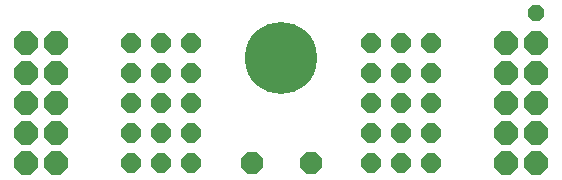
<source format=gbs>
G75*
%MOIN*%
%OFA0B0*%
%FSLAX25Y25*%
%IPPOS*%
%LPD*%
%AMOC8*
5,1,8,0,0,1.08239X$1,22.5*
%
%ADD10OC8,0.06400*%
%ADD11OC8,0.07450*%
%ADD12OC8,0.07800*%
%ADD13C,0.24022*%
%ADD14OC8,0.05650*%
D10*
X0063981Y0026500D03*
X0073981Y0026500D03*
X0083981Y0026500D03*
X0083981Y0036500D03*
X0073981Y0036500D03*
X0063981Y0036500D03*
X0063981Y0046500D03*
X0073981Y0046500D03*
X0083981Y0046500D03*
X0083981Y0056500D03*
X0073981Y0056500D03*
X0063981Y0056500D03*
X0063981Y0066500D03*
X0073981Y0066500D03*
X0083981Y0066500D03*
X0143981Y0066500D03*
X0153981Y0066500D03*
X0163981Y0066500D03*
X0163981Y0056500D03*
X0153981Y0056500D03*
X0143981Y0056500D03*
X0143981Y0046500D03*
X0153981Y0046500D03*
X0163981Y0046500D03*
X0163981Y0036500D03*
X0153981Y0036500D03*
X0143981Y0036500D03*
X0143981Y0026500D03*
X0153981Y0026500D03*
X0163981Y0026500D03*
D11*
X0123823Y0026500D03*
X0104138Y0026500D03*
D12*
X0028981Y0026500D03*
X0038981Y0026500D03*
X0038981Y0036500D03*
X0028981Y0036500D03*
X0028981Y0046500D03*
X0038981Y0046500D03*
X0038981Y0056500D03*
X0028981Y0056500D03*
X0028981Y0066500D03*
X0038981Y0066500D03*
X0188981Y0066500D03*
X0198981Y0066500D03*
X0198981Y0056500D03*
X0188981Y0056500D03*
X0188981Y0046500D03*
X0198981Y0046500D03*
X0198981Y0036500D03*
X0188981Y0036500D03*
X0188981Y0026500D03*
X0198981Y0026500D03*
D13*
X0113981Y0061500D03*
D14*
X0198981Y0076500D03*
M02*

</source>
